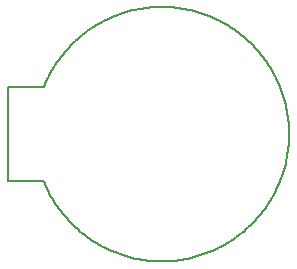
<source format=gbo>
G75*
%MOIN*%
%OFA0B0*%
%FSLAX25Y25*%
%IPPOS*%
%LPD*%
%AMOC8*
5,1,8,0,0,1.08239X$1,22.5*
%
%ADD10C,0.00800*%
D10*
X0064831Y0092115D02*
X0076643Y0092115D01*
X0064831Y0092115D02*
X0064831Y0123611D01*
X0076643Y0123611D01*
X0077041Y0124573D01*
X0077463Y0125524D01*
X0077908Y0126465D01*
X0078376Y0127394D01*
X0078867Y0128312D01*
X0079380Y0129217D01*
X0079915Y0130110D01*
X0080471Y0130989D01*
X0081050Y0131854D01*
X0081649Y0132705D01*
X0082269Y0133541D01*
X0082909Y0134361D01*
X0083570Y0135166D01*
X0084249Y0135954D01*
X0084948Y0136725D01*
X0085666Y0137478D01*
X0086402Y0138214D01*
X0087156Y0138932D01*
X0087927Y0139630D01*
X0088715Y0140310D01*
X0089519Y0140970D01*
X0090340Y0141611D01*
X0091176Y0142230D01*
X0092026Y0142830D01*
X0092892Y0143408D01*
X0093771Y0143964D01*
X0094664Y0144499D01*
X0095569Y0145012D01*
X0096487Y0145503D01*
X0097417Y0145971D01*
X0098357Y0146415D01*
X0099309Y0146837D01*
X0100270Y0147235D01*
X0101241Y0147610D01*
X0102221Y0147960D01*
X0103209Y0148287D01*
X0104205Y0148589D01*
X0105208Y0148866D01*
X0106218Y0149119D01*
X0107233Y0149347D01*
X0108254Y0149550D01*
X0109279Y0149728D01*
X0110308Y0149881D01*
X0111341Y0150008D01*
X0112377Y0150110D01*
X0113415Y0150186D01*
X0114454Y0150237D01*
X0115495Y0150263D01*
X0116535Y0150263D01*
X0117576Y0150237D01*
X0118615Y0150186D01*
X0119653Y0150109D01*
X0120689Y0150007D01*
X0121721Y0149880D01*
X0122751Y0149727D01*
X0123776Y0149549D01*
X0124797Y0149346D01*
X0125812Y0149118D01*
X0126822Y0148865D01*
X0127825Y0148588D01*
X0128820Y0148286D01*
X0129809Y0147959D01*
X0130788Y0147608D01*
X0131759Y0147234D01*
X0132721Y0146836D01*
X0133672Y0146414D01*
X0134613Y0145969D01*
X0135542Y0145501D01*
X0136460Y0145010D01*
X0137366Y0144497D01*
X0138258Y0143962D01*
X0139137Y0143406D01*
X0140003Y0142827D01*
X0140854Y0142228D01*
X0141689Y0141608D01*
X0142510Y0140968D01*
X0143314Y0140308D01*
X0144102Y0139628D01*
X0144873Y0138929D01*
X0145627Y0138211D01*
X0146363Y0137476D01*
X0147080Y0136722D01*
X0147779Y0135951D01*
X0148459Y0135163D01*
X0149119Y0134358D01*
X0149759Y0133538D01*
X0150379Y0132702D01*
X0150978Y0131851D01*
X0151557Y0130986D01*
X0152113Y0130107D01*
X0152648Y0129214D01*
X0153161Y0128309D01*
X0153652Y0127391D01*
X0154120Y0126461D01*
X0154565Y0125520D01*
X0154986Y0124569D01*
X0155385Y0123608D01*
X0155759Y0122637D01*
X0156110Y0121657D01*
X0156436Y0120669D01*
X0156738Y0119673D01*
X0157016Y0118670D01*
X0157269Y0117660D01*
X0157497Y0116645D01*
X0157700Y0115624D01*
X0157878Y0114599D01*
X0158030Y0113569D01*
X0158158Y0112537D01*
X0158260Y0111501D01*
X0158336Y0110463D01*
X0158387Y0109424D01*
X0158413Y0108383D01*
X0158413Y0107343D01*
X0158387Y0106302D01*
X0158336Y0105263D01*
X0158260Y0104225D01*
X0158158Y0103189D01*
X0158030Y0102157D01*
X0157878Y0101127D01*
X0157700Y0100102D01*
X0157497Y0099081D01*
X0157269Y0098066D01*
X0157016Y0097056D01*
X0156738Y0096053D01*
X0156436Y0095057D01*
X0156110Y0094069D01*
X0155759Y0093089D01*
X0155385Y0092118D01*
X0154986Y0091157D01*
X0154565Y0090206D01*
X0154120Y0089265D01*
X0153652Y0088335D01*
X0153161Y0087417D01*
X0152648Y0086512D01*
X0152113Y0085619D01*
X0151557Y0084740D01*
X0150978Y0083875D01*
X0150379Y0083024D01*
X0149759Y0082188D01*
X0149119Y0081368D01*
X0148459Y0080563D01*
X0147779Y0079775D01*
X0147080Y0079004D01*
X0146363Y0078250D01*
X0145627Y0077515D01*
X0144873Y0076797D01*
X0144102Y0076098D01*
X0143314Y0075418D01*
X0142510Y0074758D01*
X0141689Y0074118D01*
X0140854Y0073498D01*
X0140003Y0072899D01*
X0139137Y0072320D01*
X0138258Y0071764D01*
X0137366Y0071229D01*
X0136460Y0070716D01*
X0135542Y0070225D01*
X0134613Y0069757D01*
X0133672Y0069312D01*
X0132721Y0068890D01*
X0131759Y0068492D01*
X0130788Y0068118D01*
X0129809Y0067767D01*
X0128820Y0067440D01*
X0127825Y0067138D01*
X0126822Y0066861D01*
X0125812Y0066608D01*
X0124797Y0066380D01*
X0123776Y0066177D01*
X0122751Y0065999D01*
X0121721Y0065846D01*
X0120689Y0065719D01*
X0119653Y0065617D01*
X0118615Y0065540D01*
X0117576Y0065489D01*
X0116535Y0065463D01*
X0115495Y0065463D01*
X0114454Y0065489D01*
X0113415Y0065540D01*
X0112377Y0065616D01*
X0111341Y0065718D01*
X0110308Y0065845D01*
X0109279Y0065998D01*
X0108254Y0066176D01*
X0107233Y0066379D01*
X0106218Y0066607D01*
X0105208Y0066860D01*
X0104205Y0067137D01*
X0103209Y0067439D01*
X0102221Y0067766D01*
X0101241Y0068116D01*
X0100270Y0068491D01*
X0099309Y0068889D01*
X0098357Y0069311D01*
X0097417Y0069755D01*
X0096487Y0070223D01*
X0095569Y0070714D01*
X0094664Y0071227D01*
X0093771Y0071762D01*
X0092892Y0072318D01*
X0092026Y0072896D01*
X0091176Y0073496D01*
X0090340Y0074115D01*
X0089519Y0074756D01*
X0088715Y0075416D01*
X0087927Y0076096D01*
X0087156Y0076794D01*
X0086402Y0077512D01*
X0085666Y0078248D01*
X0084948Y0079001D01*
X0084249Y0079772D01*
X0083570Y0080560D01*
X0082909Y0081365D01*
X0082269Y0082185D01*
X0081649Y0083021D01*
X0081050Y0083872D01*
X0080471Y0084737D01*
X0079915Y0085616D01*
X0079380Y0086509D01*
X0078867Y0087414D01*
X0078376Y0088332D01*
X0077908Y0089261D01*
X0077463Y0090202D01*
X0077041Y0091153D01*
X0076643Y0092115D01*
M02*

</source>
